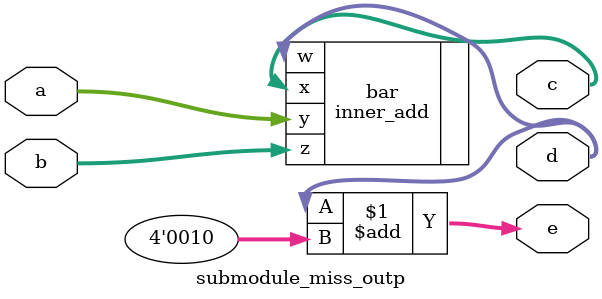
<source format=v>


module inner_miss_outp(input [3:0] z, input [3:0] y, output [3:0] x, output [3:0] v, output [3:0] w);
  assign x = z + y;
  assign w = z / 4'b0011;
  assign v = z / y;

endmodule

module submodule_miss_outp (input [3:0] a, input [3:0] b, output [3:0] c, output [3:0] d, output [3:0] e);

inner_add bar(.z(b),.y(a),.x(c),.w(d));

assign e = d + 4'b0010;

endmodule


</source>
